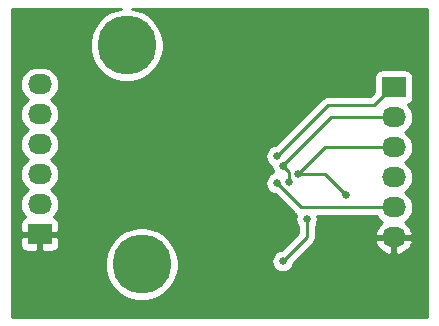
<source format=gbr>
G04 #@! TF.GenerationSoftware,KiCad,Pcbnew,(5.1.2-1)-1*
G04 #@! TF.CreationDate,2019-06-09T09:00:05+02:00*
G04 #@! TF.ProjectId,Level Shifter,4c657665-6c20-4536-9869-667465722e6b,rev?*
G04 #@! TF.SameCoordinates,Original*
G04 #@! TF.FileFunction,Copper,L2,Bot*
G04 #@! TF.FilePolarity,Positive*
%FSLAX46Y46*%
G04 Gerber Fmt 4.6, Leading zero omitted, Abs format (unit mm)*
G04 Created by KiCad (PCBNEW (5.1.2-1)-1) date 2019-06-09 09:00:05*
%MOMM*%
%LPD*%
G04 APERTURE LIST*
%ADD10C,5.000000*%
%ADD11R,2.032000X1.727200*%
%ADD12O,2.032000X1.727200*%
%ADD13C,0.635000*%
%ADD14C,0.254000*%
G04 APERTURE END LIST*
D10*
X162560000Y-114300000D03*
X161290000Y-95758000D03*
D11*
X153924000Y-111760000D03*
D12*
X153924000Y-109220000D03*
X153924000Y-106680000D03*
X153924000Y-104140000D03*
X153924000Y-101600000D03*
X153924000Y-99060000D03*
D11*
X183896000Y-99314000D03*
D12*
X183896000Y-101854000D03*
X183896000Y-104394000D03*
X183896000Y-106934000D03*
X183896000Y-109474000D03*
X183896000Y-112014000D03*
D13*
X167005000Y-97790000D03*
X180340000Y-94488000D03*
X164338000Y-108712000D03*
X167386000Y-114300000D03*
X177292000Y-113030000D03*
X164338000Y-99314000D03*
X177800000Y-99822000D03*
X173990000Y-105156000D03*
X174498000Y-105991003D03*
X175006000Y-107324500D03*
X174498000Y-114046000D03*
X176530000Y-110490000D03*
X175768000Y-106680000D03*
X179832000Y-108458000D03*
X173990000Y-107442000D03*
D14*
X183743600Y-99314000D02*
X183896000Y-99314000D01*
X182219600Y-100838000D02*
X183743600Y-99314000D01*
X178308000Y-100838000D02*
X182219600Y-100838000D01*
X173990000Y-105156000D02*
X178308000Y-100838000D01*
X182626000Y-101854000D02*
X183896000Y-101854000D01*
X178576015Y-101854000D02*
X182626000Y-101854000D01*
X174439012Y-105991003D02*
X178576015Y-101854000D01*
X174498000Y-105991003D02*
X174439012Y-105991003D01*
X175006000Y-106499003D02*
X174498000Y-105991003D01*
X175006000Y-107324500D02*
X175006000Y-106499003D01*
X176530000Y-112014000D02*
X176530000Y-110490000D01*
X174498000Y-114046000D02*
X176530000Y-112014000D01*
X178054000Y-104394000D02*
X183896000Y-104394000D01*
X175768000Y-106680000D02*
X178054000Y-104394000D01*
X178054000Y-106680000D02*
X175768000Y-106680000D01*
X179832000Y-108458000D02*
X178054000Y-106680000D01*
X176022000Y-109474000D02*
X183896000Y-109474000D01*
X173990000Y-107442000D02*
X176022000Y-109474000D01*
G36*
X160375554Y-92743476D02*
G01*
X159805021Y-92979799D01*
X159291554Y-93322886D01*
X158854886Y-93759554D01*
X158511799Y-94273021D01*
X158275476Y-94843554D01*
X158155000Y-95449229D01*
X158155000Y-96066771D01*
X158275476Y-96672446D01*
X158511799Y-97242979D01*
X158854886Y-97756446D01*
X159291554Y-98193114D01*
X159805021Y-98536201D01*
X160375554Y-98772524D01*
X160981229Y-98893000D01*
X161598771Y-98893000D01*
X162204446Y-98772524D01*
X162774979Y-98536201D01*
X163288446Y-98193114D01*
X163725114Y-97756446D01*
X164068201Y-97242979D01*
X164304524Y-96672446D01*
X164425000Y-96066771D01*
X164425000Y-95449229D01*
X164304524Y-94843554D01*
X164068201Y-94273021D01*
X163725114Y-93759554D01*
X163288446Y-93322886D01*
X162774979Y-92979799D01*
X162204446Y-92743476D01*
X161774728Y-92658000D01*
X186742001Y-92658000D01*
X186742000Y-118745000D01*
X151586000Y-118745000D01*
X151586000Y-113991229D01*
X159425000Y-113991229D01*
X159425000Y-114608771D01*
X159545476Y-115214446D01*
X159781799Y-115784979D01*
X160124886Y-116298446D01*
X160561554Y-116735114D01*
X161075021Y-117078201D01*
X161645554Y-117314524D01*
X162251229Y-117435000D01*
X162868771Y-117435000D01*
X163474446Y-117314524D01*
X164044979Y-117078201D01*
X164558446Y-116735114D01*
X164995114Y-116298446D01*
X165338201Y-115784979D01*
X165574524Y-115214446D01*
X165695000Y-114608771D01*
X165695000Y-113991229D01*
X165574524Y-113385554D01*
X165338201Y-112815021D01*
X164995114Y-112301554D01*
X164558446Y-111864886D01*
X164044979Y-111521799D01*
X163474446Y-111285476D01*
X162868771Y-111165000D01*
X162251229Y-111165000D01*
X161645554Y-111285476D01*
X161075021Y-111521799D01*
X160561554Y-111864886D01*
X160124886Y-112301554D01*
X159781799Y-112815021D01*
X159545476Y-113385554D01*
X159425000Y-113991229D01*
X151586000Y-113991229D01*
X151586000Y-112623600D01*
X152269928Y-112623600D01*
X152282188Y-112748082D01*
X152318498Y-112867780D01*
X152377463Y-112978094D01*
X152456815Y-113074785D01*
X152553506Y-113154137D01*
X152663820Y-113213102D01*
X152783518Y-113249412D01*
X152908000Y-113261672D01*
X153638250Y-113258600D01*
X153797000Y-113099850D01*
X153797000Y-111887000D01*
X154051000Y-111887000D01*
X154051000Y-113099850D01*
X154209750Y-113258600D01*
X154940000Y-113261672D01*
X155064482Y-113249412D01*
X155184180Y-113213102D01*
X155294494Y-113154137D01*
X155391185Y-113074785D01*
X155470537Y-112978094D01*
X155529502Y-112867780D01*
X155565812Y-112748082D01*
X155578072Y-112623600D01*
X155575000Y-112045750D01*
X155416250Y-111887000D01*
X154051000Y-111887000D01*
X153797000Y-111887000D01*
X152431750Y-111887000D01*
X152273000Y-112045750D01*
X152269928Y-112623600D01*
X151586000Y-112623600D01*
X151586000Y-99060000D01*
X152265749Y-99060000D01*
X152294684Y-99353777D01*
X152380375Y-99636264D01*
X152519531Y-99896606D01*
X152706803Y-100124797D01*
X152934994Y-100312069D01*
X152968540Y-100330000D01*
X152934994Y-100347931D01*
X152706803Y-100535203D01*
X152519531Y-100763394D01*
X152380375Y-101023736D01*
X152294684Y-101306223D01*
X152265749Y-101600000D01*
X152294684Y-101893777D01*
X152380375Y-102176264D01*
X152519531Y-102436606D01*
X152706803Y-102664797D01*
X152934994Y-102852069D01*
X152968540Y-102870000D01*
X152934994Y-102887931D01*
X152706803Y-103075203D01*
X152519531Y-103303394D01*
X152380375Y-103563736D01*
X152294684Y-103846223D01*
X152265749Y-104140000D01*
X152294684Y-104433777D01*
X152380375Y-104716264D01*
X152519531Y-104976606D01*
X152706803Y-105204797D01*
X152934994Y-105392069D01*
X152968540Y-105410000D01*
X152934994Y-105427931D01*
X152706803Y-105615203D01*
X152519531Y-105843394D01*
X152380375Y-106103736D01*
X152294684Y-106386223D01*
X152265749Y-106680000D01*
X152294684Y-106973777D01*
X152380375Y-107256264D01*
X152519531Y-107516606D01*
X152706803Y-107744797D01*
X152934994Y-107932069D01*
X152968540Y-107950000D01*
X152934994Y-107967931D01*
X152706803Y-108155203D01*
X152519531Y-108383394D01*
X152380375Y-108643736D01*
X152294684Y-108926223D01*
X152265749Y-109220000D01*
X152294684Y-109513777D01*
X152380375Y-109796264D01*
X152519531Y-110056606D01*
X152706803Y-110284797D01*
X152714865Y-110291414D01*
X152663820Y-110306898D01*
X152553506Y-110365863D01*
X152456815Y-110445215D01*
X152377463Y-110541906D01*
X152318498Y-110652220D01*
X152282188Y-110771918D01*
X152269928Y-110896400D01*
X152273000Y-111474250D01*
X152431750Y-111633000D01*
X153797000Y-111633000D01*
X153797000Y-111613000D01*
X154051000Y-111613000D01*
X154051000Y-111633000D01*
X155416250Y-111633000D01*
X155575000Y-111474250D01*
X155578072Y-110896400D01*
X155565812Y-110771918D01*
X155529502Y-110652220D01*
X155470537Y-110541906D01*
X155391185Y-110445215D01*
X155294494Y-110365863D01*
X155184180Y-110306898D01*
X155133135Y-110291414D01*
X155141197Y-110284797D01*
X155328469Y-110056606D01*
X155467625Y-109796264D01*
X155553316Y-109513777D01*
X155582251Y-109220000D01*
X155553316Y-108926223D01*
X155467625Y-108643736D01*
X155328469Y-108383394D01*
X155141197Y-108155203D01*
X154913006Y-107967931D01*
X154879460Y-107950000D01*
X154913006Y-107932069D01*
X155141197Y-107744797D01*
X155328469Y-107516606D01*
X155467625Y-107256264D01*
X155553316Y-106973777D01*
X155582251Y-106680000D01*
X155553316Y-106386223D01*
X155467625Y-106103736D01*
X155328469Y-105843394D01*
X155141197Y-105615203D01*
X154913006Y-105427931D01*
X154879460Y-105410000D01*
X154913006Y-105392069D01*
X155141197Y-105204797D01*
X155258234Y-105062187D01*
X173037500Y-105062187D01*
X173037500Y-105249813D01*
X173074104Y-105433834D01*
X173145905Y-105607178D01*
X173250145Y-105763184D01*
X173382816Y-105895855D01*
X173538822Y-106000095D01*
X173545500Y-106002861D01*
X173545500Y-106084816D01*
X173582104Y-106268837D01*
X173653905Y-106442181D01*
X173710454Y-106526813D01*
X173538822Y-106597905D01*
X173382816Y-106702145D01*
X173250145Y-106834816D01*
X173145905Y-106990822D01*
X173074104Y-107164166D01*
X173037500Y-107348187D01*
X173037500Y-107535813D01*
X173074104Y-107719834D01*
X173145905Y-107893178D01*
X173250145Y-108049184D01*
X173382816Y-108181855D01*
X173538822Y-108286095D01*
X173712166Y-108357896D01*
X173857094Y-108386724D01*
X175456721Y-109986352D01*
X175480578Y-110015422D01*
X175509648Y-110039279D01*
X175596607Y-110110645D01*
X175645361Y-110136704D01*
X175614104Y-110212166D01*
X175577500Y-110396187D01*
X175577500Y-110583813D01*
X175614104Y-110767834D01*
X175685905Y-110941178D01*
X175768001Y-111064043D01*
X175768000Y-111698369D01*
X174365094Y-113101276D01*
X174220166Y-113130104D01*
X174046822Y-113201905D01*
X173890816Y-113306145D01*
X173758145Y-113438816D01*
X173653905Y-113594822D01*
X173582104Y-113768166D01*
X173545500Y-113952187D01*
X173545500Y-114139813D01*
X173582104Y-114323834D01*
X173653905Y-114497178D01*
X173758145Y-114653184D01*
X173890816Y-114785855D01*
X174046822Y-114890095D01*
X174220166Y-114961896D01*
X174404187Y-114998500D01*
X174591813Y-114998500D01*
X174775834Y-114961896D01*
X174949178Y-114890095D01*
X175105184Y-114785855D01*
X175237855Y-114653184D01*
X175342095Y-114497178D01*
X175413896Y-114323834D01*
X175442724Y-114178906D01*
X177042353Y-112579278D01*
X177071422Y-112555422D01*
X177098772Y-112522096D01*
X177166645Y-112439393D01*
X177202118Y-112373026D01*
X182288642Y-112373026D01*
X182291291Y-112388789D01*
X182392314Y-112664919D01*
X182545267Y-112916035D01*
X182744271Y-113132486D01*
X182981679Y-113305954D01*
X183248367Y-113429773D01*
X183534086Y-113499185D01*
X183769000Y-113354925D01*
X183769000Y-112141000D01*
X184023000Y-112141000D01*
X184023000Y-113354925D01*
X184257914Y-113499185D01*
X184543633Y-113429773D01*
X184810321Y-113305954D01*
X185047729Y-113132486D01*
X185246733Y-112916035D01*
X185399686Y-112664919D01*
X185500709Y-112388789D01*
X185503358Y-112373026D01*
X185382217Y-112141000D01*
X184023000Y-112141000D01*
X183769000Y-112141000D01*
X182409783Y-112141000D01*
X182288642Y-112373026D01*
X177202118Y-112373026D01*
X177237401Y-112307016D01*
X177237402Y-112307015D01*
X177280974Y-112163378D01*
X177292000Y-112051426D01*
X177292000Y-112051423D01*
X177295686Y-112014000D01*
X177292000Y-111976577D01*
X177292000Y-111064042D01*
X177374095Y-110941178D01*
X177445896Y-110767834D01*
X177482500Y-110583813D01*
X177482500Y-110396187D01*
X177450637Y-110236000D01*
X182451653Y-110236000D01*
X182491531Y-110310606D01*
X182678803Y-110538797D01*
X182906994Y-110726069D01*
X182946947Y-110747424D01*
X182744271Y-110895514D01*
X182545267Y-111111965D01*
X182392314Y-111363081D01*
X182291291Y-111639211D01*
X182288642Y-111654974D01*
X182409783Y-111887000D01*
X183769000Y-111887000D01*
X183769000Y-111867000D01*
X184023000Y-111867000D01*
X184023000Y-111887000D01*
X185382217Y-111887000D01*
X185503358Y-111654974D01*
X185500709Y-111639211D01*
X185399686Y-111363081D01*
X185246733Y-111111965D01*
X185047729Y-110895514D01*
X184845053Y-110747424D01*
X184885006Y-110726069D01*
X185113197Y-110538797D01*
X185300469Y-110310606D01*
X185439625Y-110050264D01*
X185525316Y-109767777D01*
X185554251Y-109474000D01*
X185525316Y-109180223D01*
X185439625Y-108897736D01*
X185300469Y-108637394D01*
X185113197Y-108409203D01*
X184885006Y-108221931D01*
X184851460Y-108204000D01*
X184885006Y-108186069D01*
X185113197Y-107998797D01*
X185300469Y-107770606D01*
X185439625Y-107510264D01*
X185525316Y-107227777D01*
X185554251Y-106934000D01*
X185525316Y-106640223D01*
X185439625Y-106357736D01*
X185300469Y-106097394D01*
X185113197Y-105869203D01*
X184885006Y-105681931D01*
X184851460Y-105664000D01*
X184885006Y-105646069D01*
X185113197Y-105458797D01*
X185300469Y-105230606D01*
X185439625Y-104970264D01*
X185525316Y-104687777D01*
X185554251Y-104394000D01*
X185525316Y-104100223D01*
X185439625Y-103817736D01*
X185300469Y-103557394D01*
X185113197Y-103329203D01*
X184885006Y-103141931D01*
X184851460Y-103124000D01*
X184885006Y-103106069D01*
X185113197Y-102918797D01*
X185300469Y-102690606D01*
X185439625Y-102430264D01*
X185525316Y-102147777D01*
X185554251Y-101854000D01*
X185525316Y-101560223D01*
X185439625Y-101277736D01*
X185300469Y-101017394D01*
X185113197Y-100789203D01*
X185105135Y-100782586D01*
X185156180Y-100767102D01*
X185266494Y-100708137D01*
X185363185Y-100628785D01*
X185442537Y-100532094D01*
X185501502Y-100421780D01*
X185537812Y-100302082D01*
X185550072Y-100177600D01*
X185550072Y-98450400D01*
X185537812Y-98325918D01*
X185501502Y-98206220D01*
X185442537Y-98095906D01*
X185363185Y-97999215D01*
X185266494Y-97919863D01*
X185156180Y-97860898D01*
X185036482Y-97824588D01*
X184912000Y-97812328D01*
X182880000Y-97812328D01*
X182755518Y-97824588D01*
X182635820Y-97860898D01*
X182525506Y-97919863D01*
X182428815Y-97999215D01*
X182349463Y-98095906D01*
X182290498Y-98206220D01*
X182254188Y-98325918D01*
X182241928Y-98450400D01*
X182241928Y-99738042D01*
X181903970Y-100076000D01*
X178345422Y-100076000D01*
X178307999Y-100072314D01*
X178270576Y-100076000D01*
X178270574Y-100076000D01*
X178158622Y-100087026D01*
X178014985Y-100130598D01*
X177882608Y-100201355D01*
X177766578Y-100296578D01*
X177742721Y-100325648D01*
X173857094Y-104211276D01*
X173712166Y-104240104D01*
X173538822Y-104311905D01*
X173382816Y-104416145D01*
X173250145Y-104548816D01*
X173145905Y-104704822D01*
X173074104Y-104878166D01*
X173037500Y-105062187D01*
X155258234Y-105062187D01*
X155328469Y-104976606D01*
X155467625Y-104716264D01*
X155553316Y-104433777D01*
X155582251Y-104140000D01*
X155553316Y-103846223D01*
X155467625Y-103563736D01*
X155328469Y-103303394D01*
X155141197Y-103075203D01*
X154913006Y-102887931D01*
X154879460Y-102870000D01*
X154913006Y-102852069D01*
X155141197Y-102664797D01*
X155328469Y-102436606D01*
X155467625Y-102176264D01*
X155553316Y-101893777D01*
X155582251Y-101600000D01*
X155553316Y-101306223D01*
X155467625Y-101023736D01*
X155328469Y-100763394D01*
X155141197Y-100535203D01*
X154913006Y-100347931D01*
X154879460Y-100330000D01*
X154913006Y-100312069D01*
X155141197Y-100124797D01*
X155328469Y-99896606D01*
X155467625Y-99636264D01*
X155553316Y-99353777D01*
X155582251Y-99060000D01*
X155553316Y-98766223D01*
X155467625Y-98483736D01*
X155328469Y-98223394D01*
X155141197Y-97995203D01*
X154913006Y-97807931D01*
X154652664Y-97668775D01*
X154370177Y-97583084D01*
X154150019Y-97561400D01*
X153697981Y-97561400D01*
X153477823Y-97583084D01*
X153195336Y-97668775D01*
X152934994Y-97807931D01*
X152706803Y-97995203D01*
X152519531Y-98223394D01*
X152380375Y-98483736D01*
X152294684Y-98766223D01*
X152265749Y-99060000D01*
X151586000Y-99060000D01*
X151586000Y-92658000D01*
X160805272Y-92658000D01*
X160375554Y-92743476D01*
X160375554Y-92743476D01*
G37*
X160375554Y-92743476D02*
X159805021Y-92979799D01*
X159291554Y-93322886D01*
X158854886Y-93759554D01*
X158511799Y-94273021D01*
X158275476Y-94843554D01*
X158155000Y-95449229D01*
X158155000Y-96066771D01*
X158275476Y-96672446D01*
X158511799Y-97242979D01*
X158854886Y-97756446D01*
X159291554Y-98193114D01*
X159805021Y-98536201D01*
X160375554Y-98772524D01*
X160981229Y-98893000D01*
X161598771Y-98893000D01*
X162204446Y-98772524D01*
X162774979Y-98536201D01*
X163288446Y-98193114D01*
X163725114Y-97756446D01*
X164068201Y-97242979D01*
X164304524Y-96672446D01*
X164425000Y-96066771D01*
X164425000Y-95449229D01*
X164304524Y-94843554D01*
X164068201Y-94273021D01*
X163725114Y-93759554D01*
X163288446Y-93322886D01*
X162774979Y-92979799D01*
X162204446Y-92743476D01*
X161774728Y-92658000D01*
X186742001Y-92658000D01*
X186742000Y-118745000D01*
X151586000Y-118745000D01*
X151586000Y-113991229D01*
X159425000Y-113991229D01*
X159425000Y-114608771D01*
X159545476Y-115214446D01*
X159781799Y-115784979D01*
X160124886Y-116298446D01*
X160561554Y-116735114D01*
X161075021Y-117078201D01*
X161645554Y-117314524D01*
X162251229Y-117435000D01*
X162868771Y-117435000D01*
X163474446Y-117314524D01*
X164044979Y-117078201D01*
X164558446Y-116735114D01*
X164995114Y-116298446D01*
X165338201Y-115784979D01*
X165574524Y-115214446D01*
X165695000Y-114608771D01*
X165695000Y-113991229D01*
X165574524Y-113385554D01*
X165338201Y-112815021D01*
X164995114Y-112301554D01*
X164558446Y-111864886D01*
X164044979Y-111521799D01*
X163474446Y-111285476D01*
X162868771Y-111165000D01*
X162251229Y-111165000D01*
X161645554Y-111285476D01*
X161075021Y-111521799D01*
X160561554Y-111864886D01*
X160124886Y-112301554D01*
X159781799Y-112815021D01*
X159545476Y-113385554D01*
X159425000Y-113991229D01*
X151586000Y-113991229D01*
X151586000Y-112623600D01*
X152269928Y-112623600D01*
X152282188Y-112748082D01*
X152318498Y-112867780D01*
X152377463Y-112978094D01*
X152456815Y-113074785D01*
X152553506Y-113154137D01*
X152663820Y-113213102D01*
X152783518Y-113249412D01*
X152908000Y-113261672D01*
X153638250Y-113258600D01*
X153797000Y-113099850D01*
X153797000Y-111887000D01*
X154051000Y-111887000D01*
X154051000Y-113099850D01*
X154209750Y-113258600D01*
X154940000Y-113261672D01*
X155064482Y-113249412D01*
X155184180Y-113213102D01*
X155294494Y-113154137D01*
X155391185Y-113074785D01*
X155470537Y-112978094D01*
X155529502Y-112867780D01*
X155565812Y-112748082D01*
X155578072Y-112623600D01*
X155575000Y-112045750D01*
X155416250Y-111887000D01*
X154051000Y-111887000D01*
X153797000Y-111887000D01*
X152431750Y-111887000D01*
X152273000Y-112045750D01*
X152269928Y-112623600D01*
X151586000Y-112623600D01*
X151586000Y-99060000D01*
X152265749Y-99060000D01*
X152294684Y-99353777D01*
X152380375Y-99636264D01*
X152519531Y-99896606D01*
X152706803Y-100124797D01*
X152934994Y-100312069D01*
X152968540Y-100330000D01*
X152934994Y-100347931D01*
X152706803Y-100535203D01*
X152519531Y-100763394D01*
X152380375Y-101023736D01*
X152294684Y-101306223D01*
X152265749Y-101600000D01*
X152294684Y-101893777D01*
X152380375Y-102176264D01*
X152519531Y-102436606D01*
X152706803Y-102664797D01*
X152934994Y-102852069D01*
X152968540Y-102870000D01*
X152934994Y-102887931D01*
X152706803Y-103075203D01*
X152519531Y-103303394D01*
X152380375Y-103563736D01*
X152294684Y-103846223D01*
X152265749Y-104140000D01*
X152294684Y-104433777D01*
X152380375Y-104716264D01*
X152519531Y-104976606D01*
X152706803Y-105204797D01*
X152934994Y-105392069D01*
X152968540Y-105410000D01*
X152934994Y-105427931D01*
X152706803Y-105615203D01*
X152519531Y-105843394D01*
X152380375Y-106103736D01*
X152294684Y-106386223D01*
X152265749Y-106680000D01*
X152294684Y-106973777D01*
X152380375Y-107256264D01*
X152519531Y-107516606D01*
X152706803Y-107744797D01*
X152934994Y-107932069D01*
X152968540Y-107950000D01*
X152934994Y-107967931D01*
X152706803Y-108155203D01*
X152519531Y-108383394D01*
X152380375Y-108643736D01*
X152294684Y-108926223D01*
X152265749Y-109220000D01*
X152294684Y-109513777D01*
X152380375Y-109796264D01*
X152519531Y-110056606D01*
X152706803Y-110284797D01*
X152714865Y-110291414D01*
X152663820Y-110306898D01*
X152553506Y-110365863D01*
X152456815Y-110445215D01*
X152377463Y-110541906D01*
X152318498Y-110652220D01*
X152282188Y-110771918D01*
X152269928Y-110896400D01*
X152273000Y-111474250D01*
X152431750Y-111633000D01*
X153797000Y-111633000D01*
X153797000Y-111613000D01*
X154051000Y-111613000D01*
X154051000Y-111633000D01*
X155416250Y-111633000D01*
X155575000Y-111474250D01*
X155578072Y-110896400D01*
X155565812Y-110771918D01*
X155529502Y-110652220D01*
X155470537Y-110541906D01*
X155391185Y-110445215D01*
X155294494Y-110365863D01*
X155184180Y-110306898D01*
X155133135Y-110291414D01*
X155141197Y-110284797D01*
X155328469Y-110056606D01*
X155467625Y-109796264D01*
X155553316Y-109513777D01*
X155582251Y-109220000D01*
X155553316Y-108926223D01*
X155467625Y-108643736D01*
X155328469Y-108383394D01*
X155141197Y-108155203D01*
X154913006Y-107967931D01*
X154879460Y-107950000D01*
X154913006Y-107932069D01*
X155141197Y-107744797D01*
X155328469Y-107516606D01*
X155467625Y-107256264D01*
X155553316Y-106973777D01*
X155582251Y-106680000D01*
X155553316Y-106386223D01*
X155467625Y-106103736D01*
X155328469Y-105843394D01*
X155141197Y-105615203D01*
X154913006Y-105427931D01*
X154879460Y-105410000D01*
X154913006Y-105392069D01*
X155141197Y-105204797D01*
X155258234Y-105062187D01*
X173037500Y-105062187D01*
X173037500Y-105249813D01*
X173074104Y-105433834D01*
X173145905Y-105607178D01*
X173250145Y-105763184D01*
X173382816Y-105895855D01*
X173538822Y-106000095D01*
X173545500Y-106002861D01*
X173545500Y-106084816D01*
X173582104Y-106268837D01*
X173653905Y-106442181D01*
X173710454Y-106526813D01*
X173538822Y-106597905D01*
X173382816Y-106702145D01*
X173250145Y-106834816D01*
X173145905Y-106990822D01*
X173074104Y-107164166D01*
X173037500Y-107348187D01*
X173037500Y-107535813D01*
X173074104Y-107719834D01*
X173145905Y-107893178D01*
X173250145Y-108049184D01*
X173382816Y-108181855D01*
X173538822Y-108286095D01*
X173712166Y-108357896D01*
X173857094Y-108386724D01*
X175456721Y-109986352D01*
X175480578Y-110015422D01*
X175509648Y-110039279D01*
X175596607Y-110110645D01*
X175645361Y-110136704D01*
X175614104Y-110212166D01*
X175577500Y-110396187D01*
X175577500Y-110583813D01*
X175614104Y-110767834D01*
X175685905Y-110941178D01*
X175768001Y-111064043D01*
X175768000Y-111698369D01*
X174365094Y-113101276D01*
X174220166Y-113130104D01*
X174046822Y-113201905D01*
X173890816Y-113306145D01*
X173758145Y-113438816D01*
X173653905Y-113594822D01*
X173582104Y-113768166D01*
X173545500Y-113952187D01*
X173545500Y-114139813D01*
X173582104Y-114323834D01*
X173653905Y-114497178D01*
X173758145Y-114653184D01*
X173890816Y-114785855D01*
X174046822Y-114890095D01*
X174220166Y-114961896D01*
X174404187Y-114998500D01*
X174591813Y-114998500D01*
X174775834Y-114961896D01*
X174949178Y-114890095D01*
X175105184Y-114785855D01*
X175237855Y-114653184D01*
X175342095Y-114497178D01*
X175413896Y-114323834D01*
X175442724Y-114178906D01*
X177042353Y-112579278D01*
X177071422Y-112555422D01*
X177098772Y-112522096D01*
X177166645Y-112439393D01*
X177202118Y-112373026D01*
X182288642Y-112373026D01*
X182291291Y-112388789D01*
X182392314Y-112664919D01*
X182545267Y-112916035D01*
X182744271Y-113132486D01*
X182981679Y-113305954D01*
X183248367Y-113429773D01*
X183534086Y-113499185D01*
X183769000Y-113354925D01*
X183769000Y-112141000D01*
X184023000Y-112141000D01*
X184023000Y-113354925D01*
X184257914Y-113499185D01*
X184543633Y-113429773D01*
X184810321Y-113305954D01*
X185047729Y-113132486D01*
X185246733Y-112916035D01*
X185399686Y-112664919D01*
X185500709Y-112388789D01*
X185503358Y-112373026D01*
X185382217Y-112141000D01*
X184023000Y-112141000D01*
X183769000Y-112141000D01*
X182409783Y-112141000D01*
X182288642Y-112373026D01*
X177202118Y-112373026D01*
X177237401Y-112307016D01*
X177237402Y-112307015D01*
X177280974Y-112163378D01*
X177292000Y-112051426D01*
X177292000Y-112051423D01*
X177295686Y-112014000D01*
X177292000Y-111976577D01*
X177292000Y-111064042D01*
X177374095Y-110941178D01*
X177445896Y-110767834D01*
X177482500Y-110583813D01*
X177482500Y-110396187D01*
X177450637Y-110236000D01*
X182451653Y-110236000D01*
X182491531Y-110310606D01*
X182678803Y-110538797D01*
X182906994Y-110726069D01*
X182946947Y-110747424D01*
X182744271Y-110895514D01*
X182545267Y-111111965D01*
X182392314Y-111363081D01*
X182291291Y-111639211D01*
X182288642Y-111654974D01*
X182409783Y-111887000D01*
X183769000Y-111887000D01*
X183769000Y-111867000D01*
X184023000Y-111867000D01*
X184023000Y-111887000D01*
X185382217Y-111887000D01*
X185503358Y-111654974D01*
X185500709Y-111639211D01*
X185399686Y-111363081D01*
X185246733Y-111111965D01*
X185047729Y-110895514D01*
X184845053Y-110747424D01*
X184885006Y-110726069D01*
X185113197Y-110538797D01*
X185300469Y-110310606D01*
X185439625Y-110050264D01*
X185525316Y-109767777D01*
X185554251Y-109474000D01*
X185525316Y-109180223D01*
X185439625Y-108897736D01*
X185300469Y-108637394D01*
X185113197Y-108409203D01*
X184885006Y-108221931D01*
X184851460Y-108204000D01*
X184885006Y-108186069D01*
X185113197Y-107998797D01*
X185300469Y-107770606D01*
X185439625Y-107510264D01*
X185525316Y-107227777D01*
X185554251Y-106934000D01*
X185525316Y-106640223D01*
X185439625Y-106357736D01*
X185300469Y-106097394D01*
X185113197Y-105869203D01*
X184885006Y-105681931D01*
X184851460Y-105664000D01*
X184885006Y-105646069D01*
X185113197Y-105458797D01*
X185300469Y-105230606D01*
X185439625Y-104970264D01*
X185525316Y-104687777D01*
X185554251Y-104394000D01*
X185525316Y-104100223D01*
X185439625Y-103817736D01*
X185300469Y-103557394D01*
X185113197Y-103329203D01*
X184885006Y-103141931D01*
X184851460Y-103124000D01*
X184885006Y-103106069D01*
X185113197Y-102918797D01*
X185300469Y-102690606D01*
X185439625Y-102430264D01*
X185525316Y-102147777D01*
X185554251Y-101854000D01*
X185525316Y-101560223D01*
X185439625Y-101277736D01*
X185300469Y-101017394D01*
X185113197Y-100789203D01*
X185105135Y-100782586D01*
X185156180Y-100767102D01*
X185266494Y-100708137D01*
X185363185Y-100628785D01*
X185442537Y-100532094D01*
X185501502Y-100421780D01*
X185537812Y-100302082D01*
X185550072Y-100177600D01*
X185550072Y-98450400D01*
X185537812Y-98325918D01*
X185501502Y-98206220D01*
X185442537Y-98095906D01*
X185363185Y-97999215D01*
X185266494Y-97919863D01*
X185156180Y-97860898D01*
X185036482Y-97824588D01*
X184912000Y-97812328D01*
X182880000Y-97812328D01*
X182755518Y-97824588D01*
X182635820Y-97860898D01*
X182525506Y-97919863D01*
X182428815Y-97999215D01*
X182349463Y-98095906D01*
X182290498Y-98206220D01*
X182254188Y-98325918D01*
X182241928Y-98450400D01*
X182241928Y-99738042D01*
X181903970Y-100076000D01*
X178345422Y-100076000D01*
X178307999Y-100072314D01*
X178270576Y-100076000D01*
X178270574Y-100076000D01*
X178158622Y-100087026D01*
X178014985Y-100130598D01*
X177882608Y-100201355D01*
X177766578Y-100296578D01*
X177742721Y-100325648D01*
X173857094Y-104211276D01*
X173712166Y-104240104D01*
X173538822Y-104311905D01*
X173382816Y-104416145D01*
X173250145Y-104548816D01*
X173145905Y-104704822D01*
X173074104Y-104878166D01*
X173037500Y-105062187D01*
X155258234Y-105062187D01*
X155328469Y-104976606D01*
X155467625Y-104716264D01*
X155553316Y-104433777D01*
X155582251Y-104140000D01*
X155553316Y-103846223D01*
X155467625Y-103563736D01*
X155328469Y-103303394D01*
X155141197Y-103075203D01*
X154913006Y-102887931D01*
X154879460Y-102870000D01*
X154913006Y-102852069D01*
X155141197Y-102664797D01*
X155328469Y-102436606D01*
X155467625Y-102176264D01*
X155553316Y-101893777D01*
X155582251Y-101600000D01*
X155553316Y-101306223D01*
X155467625Y-101023736D01*
X155328469Y-100763394D01*
X155141197Y-100535203D01*
X154913006Y-100347931D01*
X154879460Y-100330000D01*
X154913006Y-100312069D01*
X155141197Y-100124797D01*
X155328469Y-99896606D01*
X155467625Y-99636264D01*
X155553316Y-99353777D01*
X155582251Y-99060000D01*
X155553316Y-98766223D01*
X155467625Y-98483736D01*
X155328469Y-98223394D01*
X155141197Y-97995203D01*
X154913006Y-97807931D01*
X154652664Y-97668775D01*
X154370177Y-97583084D01*
X154150019Y-97561400D01*
X153697981Y-97561400D01*
X153477823Y-97583084D01*
X153195336Y-97668775D01*
X152934994Y-97807931D01*
X152706803Y-97995203D01*
X152519531Y-98223394D01*
X152380375Y-98483736D01*
X152294684Y-98766223D01*
X152265749Y-99060000D01*
X151586000Y-99060000D01*
X151586000Y-92658000D01*
X160805272Y-92658000D01*
X160375554Y-92743476D01*
M02*

</source>
